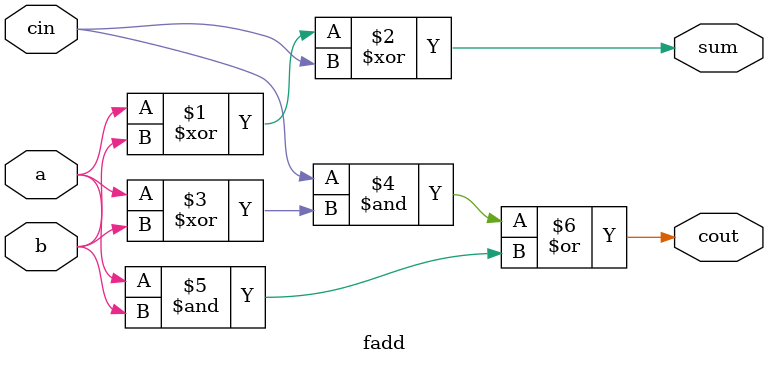
<source format=v>
module fadd( 
    input a, b, cin,
    output cout, sum );
	
    assign sum  = a^b^cin;
    assign cout = cin&(a^b)|(a&b); 
    
endmodule

</source>
